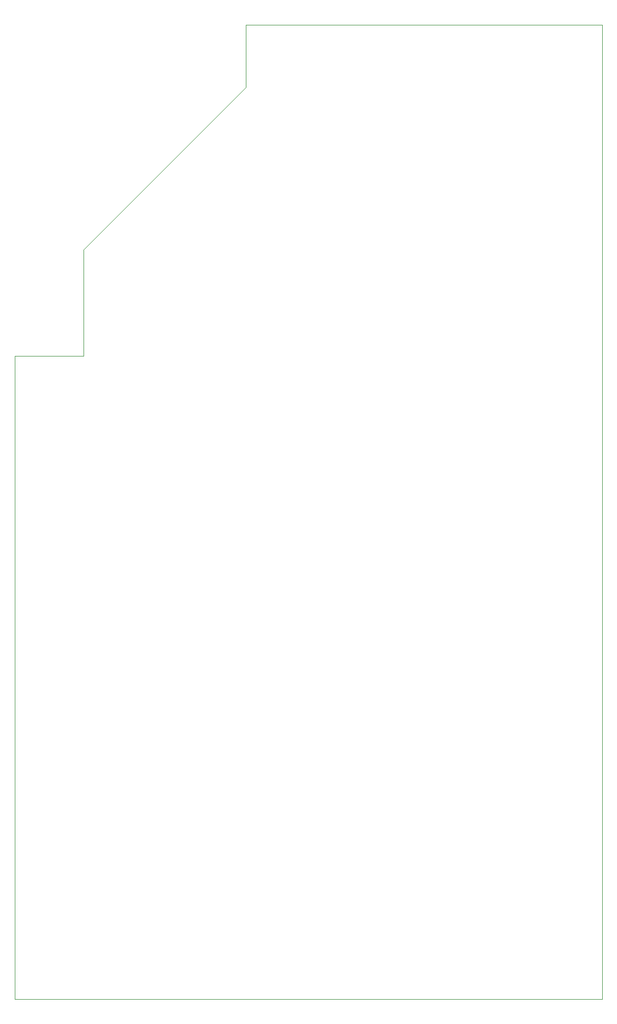
<source format=gm1>
G04 #@! TF.GenerationSoftware,KiCad,Pcbnew,6.0.5-a6ca702e91~116~ubuntu20.04.1*
G04 #@! TF.CreationDate,2022-06-19T13:50:02-04:00*
G04 #@! TF.ProjectId,herovco_back,6865726f-7663-46f5-9f62-61636b2e6b69,rev?*
G04 #@! TF.SameCoordinates,Original*
G04 #@! TF.FileFunction,Profile,NP*
%FSLAX46Y46*%
G04 Gerber Fmt 4.6, Leading zero omitted, Abs format (unit mm)*
G04 Created by KiCad (PCBNEW 6.0.5-a6ca702e91~116~ubuntu20.04.1) date 2022-06-19 13:50:02*
%MOMM*%
%LPD*%
G01*
G04 APERTURE LIST*
G04 #@! TA.AperFunction,Profile*
%ADD10C,0.100000*%
G04 #@! TD*
G04 APERTURE END LIST*
D10*
X195800923Y-24999617D02*
X195800382Y-181000923D01*
X101799076Y-181000382D02*
X101799043Y-77999709D01*
X195800382Y-181000923D02*
X101799076Y-181000382D01*
X138799000Y-34999585D02*
X138799804Y-24999019D01*
X101799043Y-77999709D02*
X112799000Y-77999000D01*
X112799000Y-77999000D02*
X112799168Y-60999444D01*
X138799804Y-24999019D02*
X195800923Y-24999617D01*
X112799168Y-60999444D02*
X138799000Y-34999585D01*
M02*

</source>
